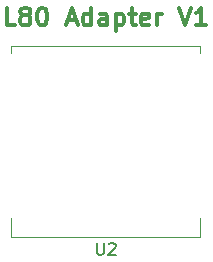
<source format=gbr>
G04 #@! TF.GenerationSoftware,KiCad,Pcbnew,5.1.5-52549c5~84~ubuntu18.04.1*
G04 #@! TF.CreationDate,2020-03-23T20:50:24+05:30*
G04 #@! TF.ProjectId,L80_adapter,4c38305f-6164-4617-9074-65722e6b6963,rev?*
G04 #@! TF.SameCoordinates,Original*
G04 #@! TF.FileFunction,Legend,Top*
G04 #@! TF.FilePolarity,Positive*
%FSLAX46Y46*%
G04 Gerber Fmt 4.6, Leading zero omitted, Abs format (unit mm)*
G04 Created by KiCad (PCBNEW 5.1.5-52549c5~84~ubuntu18.04.1) date 2020-03-23 20:50:24*
%MOMM*%
%LPD*%
G04 APERTURE LIST*
%ADD10C,0.300000*%
%ADD11C,0.120000*%
%ADD12C,0.150000*%
G04 APERTURE END LIST*
D10*
X92321428Y-90678571D02*
X91607142Y-90678571D01*
X91607142Y-89178571D01*
X93035714Y-89821428D02*
X92892857Y-89750000D01*
X92821428Y-89678571D01*
X92750000Y-89535714D01*
X92750000Y-89464285D01*
X92821428Y-89321428D01*
X92892857Y-89250000D01*
X93035714Y-89178571D01*
X93321428Y-89178571D01*
X93464285Y-89250000D01*
X93535714Y-89321428D01*
X93607142Y-89464285D01*
X93607142Y-89535714D01*
X93535714Y-89678571D01*
X93464285Y-89750000D01*
X93321428Y-89821428D01*
X93035714Y-89821428D01*
X92892857Y-89892857D01*
X92821428Y-89964285D01*
X92750000Y-90107142D01*
X92750000Y-90392857D01*
X92821428Y-90535714D01*
X92892857Y-90607142D01*
X93035714Y-90678571D01*
X93321428Y-90678571D01*
X93464285Y-90607142D01*
X93535714Y-90535714D01*
X93607142Y-90392857D01*
X93607142Y-90107142D01*
X93535714Y-89964285D01*
X93464285Y-89892857D01*
X93321428Y-89821428D01*
X94535714Y-89178571D02*
X94678571Y-89178571D01*
X94821428Y-89250000D01*
X94892857Y-89321428D01*
X94964285Y-89464285D01*
X95035714Y-89750000D01*
X95035714Y-90107142D01*
X94964285Y-90392857D01*
X94892857Y-90535714D01*
X94821428Y-90607142D01*
X94678571Y-90678571D01*
X94535714Y-90678571D01*
X94392857Y-90607142D01*
X94321428Y-90535714D01*
X94250000Y-90392857D01*
X94178571Y-90107142D01*
X94178571Y-89750000D01*
X94250000Y-89464285D01*
X94321428Y-89321428D01*
X94392857Y-89250000D01*
X94535714Y-89178571D01*
X96750000Y-90250000D02*
X97464285Y-90250000D01*
X96607142Y-90678571D02*
X97107142Y-89178571D01*
X97607142Y-90678571D01*
X98750000Y-90678571D02*
X98750000Y-89178571D01*
X98750000Y-90607142D02*
X98607142Y-90678571D01*
X98321428Y-90678571D01*
X98178571Y-90607142D01*
X98107142Y-90535714D01*
X98035714Y-90392857D01*
X98035714Y-89964285D01*
X98107142Y-89821428D01*
X98178571Y-89750000D01*
X98321428Y-89678571D01*
X98607142Y-89678571D01*
X98750000Y-89750000D01*
X100107142Y-90678571D02*
X100107142Y-89892857D01*
X100035714Y-89750000D01*
X99892857Y-89678571D01*
X99607142Y-89678571D01*
X99464285Y-89750000D01*
X100107142Y-90607142D02*
X99964285Y-90678571D01*
X99607142Y-90678571D01*
X99464285Y-90607142D01*
X99392857Y-90464285D01*
X99392857Y-90321428D01*
X99464285Y-90178571D01*
X99607142Y-90107142D01*
X99964285Y-90107142D01*
X100107142Y-90035714D01*
X100821428Y-89678571D02*
X100821428Y-91178571D01*
X100821428Y-89750000D02*
X100964285Y-89678571D01*
X101250000Y-89678571D01*
X101392857Y-89750000D01*
X101464285Y-89821428D01*
X101535714Y-89964285D01*
X101535714Y-90392857D01*
X101464285Y-90535714D01*
X101392857Y-90607142D01*
X101250000Y-90678571D01*
X100964285Y-90678571D01*
X100821428Y-90607142D01*
X101964285Y-89678571D02*
X102535714Y-89678571D01*
X102178571Y-89178571D02*
X102178571Y-90464285D01*
X102250000Y-90607142D01*
X102392857Y-90678571D01*
X102535714Y-90678571D01*
X103607142Y-90607142D02*
X103464285Y-90678571D01*
X103178571Y-90678571D01*
X103035714Y-90607142D01*
X102964285Y-90464285D01*
X102964285Y-89892857D01*
X103035714Y-89750000D01*
X103178571Y-89678571D01*
X103464285Y-89678571D01*
X103607142Y-89750000D01*
X103678571Y-89892857D01*
X103678571Y-90035714D01*
X102964285Y-90178571D01*
X104321428Y-90678571D02*
X104321428Y-89678571D01*
X104321428Y-89964285D02*
X104392857Y-89821428D01*
X104464285Y-89750000D01*
X104607142Y-89678571D01*
X104750000Y-89678571D01*
X106178571Y-89178571D02*
X106678571Y-90678571D01*
X107178571Y-89178571D01*
X108464285Y-90678571D02*
X107607142Y-90678571D01*
X108035714Y-90678571D02*
X108035714Y-89178571D01*
X107892857Y-89392857D01*
X107750000Y-89535714D01*
X107607142Y-89607142D01*
D11*
X108000000Y-92450000D02*
X108000000Y-93000000D01*
X92000000Y-92450000D02*
X108000000Y-92450000D01*
X92000000Y-92500000D02*
X92000000Y-92450000D01*
X92000000Y-93000000D02*
X92000000Y-92500000D01*
X108000000Y-108550000D02*
X108000000Y-107000000D01*
X92000000Y-108550000D02*
X108000000Y-108550000D01*
X92000000Y-107000000D02*
X92000000Y-108550000D01*
D12*
X99238095Y-109102380D02*
X99238095Y-109911904D01*
X99285714Y-110007142D01*
X99333333Y-110054761D01*
X99428571Y-110102380D01*
X99619047Y-110102380D01*
X99714285Y-110054761D01*
X99761904Y-110007142D01*
X99809523Y-109911904D01*
X99809523Y-109102380D01*
X100238095Y-109197619D02*
X100285714Y-109150000D01*
X100380952Y-109102380D01*
X100619047Y-109102380D01*
X100714285Y-109150000D01*
X100761904Y-109197619D01*
X100809523Y-109292857D01*
X100809523Y-109388095D01*
X100761904Y-109530952D01*
X100190476Y-110102380D01*
X100809523Y-110102380D01*
M02*

</source>
